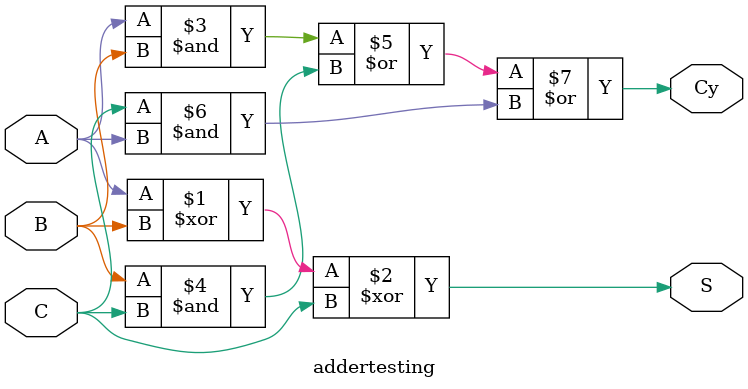
<source format=v>
module addertesting ( 
	input A, 
	input B, 
	input C, 
	output S, 
	output Cy ) ; 
	
assign S = A ^ B ^ C ; 
assign Cy = (A & B) | (B & C) | (C & A) ; 

endmodule 


</source>
